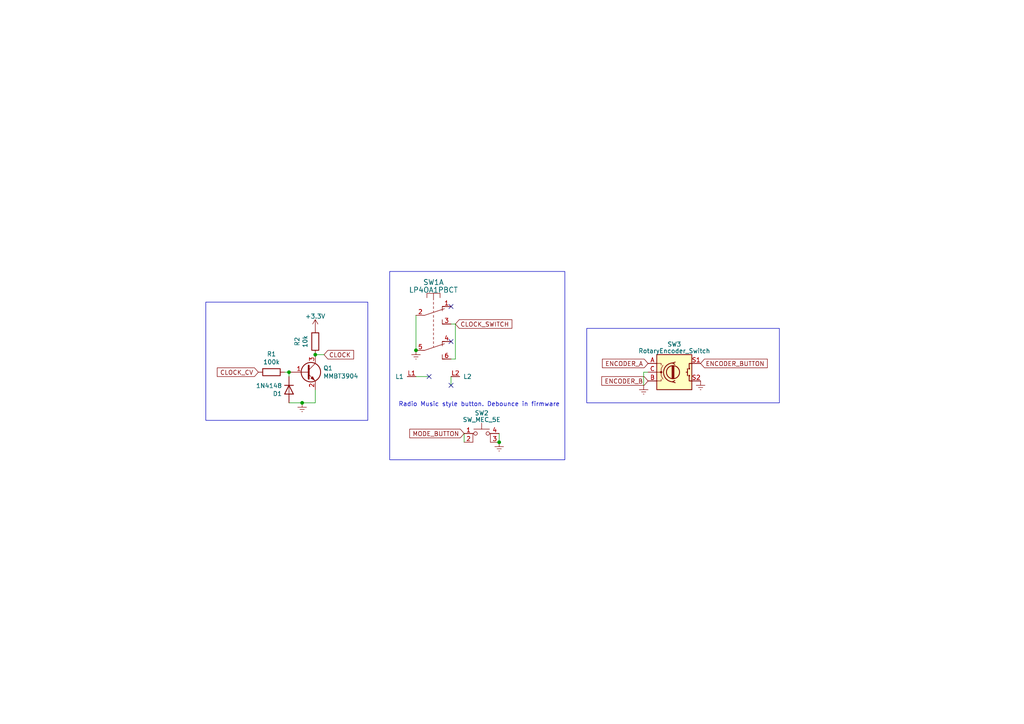
<source format=kicad_sch>
(kicad_sch (version 20230121) (generator eeschema)
  (paper "A4")
  (lib_symbols
    (symbol "+3.3V_1" (power) (pin_names (offset 0))
      (property "Value" "+3.3V_1" (at 0 3.556 0))
      (symbol "+3.3V_1_0_1"
        (polyline (pts (xy -0.762 1.27) (xy 0 2.54)))
        (polyline (pts (xy 0 0) (xy 0 2.54)))
        (polyline (pts (xy 0 2.54) (xy 0.762 1.27)))
      )
      (symbol "+3.3V_1_1_1"
        (pin power_in line (at 0 0 90) (length 0) hide (name "+3.3V") (number "1"))
      )
    )
    (symbol "Device:R" (pin_numbers hide) (pin_names (offset 0))
      (property "Reference" "R" (at 2.032 0 90))
      (property "Value" "R" (at 0 0 90))
      (symbol "R_0_1"
        (rectangle (start -1.016 -2.54) (end 1.016 2.54) (stroke (width 0.254)))
      )
      (symbol "R_1_1"
        (pin passive line (at 0 3.81 270) (length 1.27) (name "~") (number "1"))
        (pin passive line (at 0 -3.81 90) (length 1.27) (name "~") (number "2"))
      )
    )
    (symbol "Device:RotaryEncoder_Switch" (pin_names (offset 0.254) hide)
      (property "Reference" "SW" (at 0 6.604 0))
      (property "Value" "RotaryEncoder_Switch" (at 0 -6.604 0))
      (symbol "RotaryEncoder_Switch_0_1"
        (rectangle (start -5.08 5.08) (end 5.08 -5.08) (stroke (width 0.254)) (fill (type background)))
        (circle (center -3.81 0) (radius 0.254) (fill (type outline)))
        (circle (center -0.381 0) (radius 1.905) (stroke (width 0.254)))
        (arc (start -0.381 2.667) (mid -3.0988 -0.0635) (end -0.381 -2.794) (stroke (width 0.254)))
        (polyline (pts (xy -0.635 -1.778) (xy -0.635 1.778)) (stroke (width 0.254)))
        (polyline (pts (xy -0.381 -1.778) (xy -0.381 1.778)) (stroke (width 0.254)))
        (polyline (pts (xy -0.127 1.778) (xy -0.127 -1.778)) (stroke (width 0.254)))
        (polyline (pts (xy 3.81 0) (xy 3.429 0)) (stroke (width 0.254)))
        (polyline (pts (xy 3.81 1.016) (xy 3.81 -1.016)) (stroke (width 0.254)))
        (polyline (pts (xy -5.08 -2.54) (xy -3.81 -2.54) (xy -3.81 -2.032)))
        (polyline (pts (xy -5.08 2.54) (xy -3.81 2.54) (xy -3.81 2.032)))
        (polyline (pts (xy 0.254 -3.048) (xy -0.508 -2.794) (xy 0.127 -2.413)) (stroke (width 0.254)))
        (polyline (pts (xy 0.254 2.921) (xy -0.508 2.667) (xy 0.127 2.286)) (stroke (width 0.254)))
        (polyline (pts (xy 5.08 -2.54) (xy 4.318 -2.54) (xy 4.318 -1.016)) (stroke (width 0.254)))
        (polyline (pts (xy 5.08 2.54) (xy 4.318 2.54) (xy 4.318 1.016)) (stroke (width 0.254)))
        (polyline (pts (xy -5.08 0) (xy -3.81 0) (xy -3.81 -1.016) (xy -3.302 -2.032)))
        (polyline (pts (xy -4.318 0) (xy -3.81 0) (xy -3.81 1.016) (xy -3.302 2.032)))
        (circle (center 4.318 -1.016) (radius 0.127) (stroke (width 0.254)))
        (circle (center 4.318 1.016) (radius 0.127) (stroke (width 0.254)))
      )
      (symbol "RotaryEncoder_Switch_1_1"
        (pin passive line (at -7.62 2.54 0) (length 2.54) (name "A") (number "A"))
        (pin passive line (at -7.62 -2.54 0) (length 2.54) (name "B") (number "B"))
        (pin passive line (at -7.62 0 0) (length 2.54) (name "C") (number "C"))
        (pin passive line (at 7.62 2.54 180) (length 2.54) (name "S1") (number "S1"))
        (pin passive line (at 7.62 -2.54 180) (length 2.54) (name "S2") (number "S2"))
      )
    )
    (symbol "Diode:1N4148" (pin_numbers hide) (pin_names (offset 1.016) hide)
      (property "Reference" "D" (at 0 2.54 0))
      (property "Value" "1N4148" (at 0 -2.54 0))
      (symbol "1N4148_0_1"
        (polyline (pts (xy -1.27 1.27) (xy -1.27 -1.27)) (stroke (width 0.254)))
        (polyline (pts (xy 1.27 0) (xy -1.27 0)))
        (polyline (pts (xy 1.27 1.27) (xy 1.27 -1.27) (xy -1.27 0) (xy 1.27 1.27)) (stroke (width 0.254)))
      )
      (symbol "1N4148_1_1"
        (pin passive line (at -3.81 0 0) (length 2.54) (name "K") (number "1"))
        (pin passive line (at 3.81 0 180) (length 2.54) (name "A") (number "2"))
      )
    )
    (symbol "Divergent Waves:LP4OA1PBCT" (pin_names (offset 1.016))
      (property "Reference" "SW1" (at 7.62 6.35 0))
      (property "Value" "LP4OA1PBCT" (at -6.35 11.43 0))
      (symbol "LP4OA1PBCT_1_0"
        (polyline (pts (xy -3.175 -6.35) (xy -2.54 -6.35)))
        (polyline (pts (xy -3.175 3.81) (xy -2.54 3.81)))
        (polyline (pts (xy -2.54 -6.35) (xy 3.175 -4.445)))
        (polyline (pts (xy -2.54 3.81) (xy 3.175 5.715)))
        (polyline (pts (xy -1.905 10.16) (xy -1.905 8.89)))
        (polyline (pts (xy 0 -5.461) (xy 0 -5.08)))
        (polyline (pts (xy 0 -4.445) (xy 0 -3.81)))
        (polyline (pts (xy 0 -3.175) (xy 0 -2.54)))
        (polyline (pts (xy 0 -1.905) (xy 0 -1.27)))
        (polyline (pts (xy 0 -0.635) (xy 0 0)))
        (polyline (pts (xy 0 0.635) (xy 0 1.27)))
        (polyline (pts (xy 0 1.905) (xy 0 2.54)))
        (polyline (pts (xy 0 3.175) (xy 0 3.81)))
        (polyline (pts (xy 0 4.699) (xy 0 5.08)))
        (polyline (pts (xy 0 5.715) (xy 0 6.35)))
        (polyline (pts (xy 0 6.985) (xy 0 7.62)))
        (polyline (pts (xy 0 10.16) (xy -1.905 10.16)))
        (polyline (pts (xy 0 10.16) (xy 0 8.255)))
        (polyline (pts (xy 1.905 10.16) (xy 0 10.16)))
        (polyline (pts (xy 1.905 10.16) (xy 1.905 8.89)))
        (polyline (pts (xy 2.54 -8.89) (xy 3.175 -8.89)))
        (polyline (pts (xy 2.54 -7.62) (xy 2.54 -8.89)))
        (polyline (pts (xy 2.54 -3.81) (xy 2.54 -5.08)))
        (polyline (pts (xy 2.54 -3.81) (xy 3.175 -3.81)))
        (polyline (pts (xy 2.54 1.27) (xy 3.175 1.27)))
        (polyline (pts (xy 2.54 2.54) (xy 2.54 1.27)))
        (polyline (pts (xy 2.54 6.35) (xy 2.54 5.08)))
        (polyline (pts (xy 2.54 6.35) (xy 3.175 6.35)))
        (pin passive line (at 5.08 6.35 180) (length 2.54) (name "A1") (number "1"))
        (pin passive line (at -5.08 3.81 0) (length 2.54) (name "A2") (number "2"))
        (pin passive line (at 5.08 1.27 180) (length 2.54) (name "A3") (number "3"))
        (pin passive line (at 5.08 -3.81 180) (length 2.54) (name "B1") (number "4"))
        (pin passive line (at -5.08 -6.35 0) (length 2.54) (name "B2") (number "5"))
        (pin passive line (at 5.08 -8.89 180) (length 2.54) (name "B3") (number "6"))
      )
      (symbol "LP4OA1PBCT_1_1"
        (pin input line (at -5.08 -13.97 180) (length 2.54) (name "L1") (number "L1"))
        (pin output line (at 5.08 -13.97 0) (length 2.54) (name "L2") (number "L2"))
      )
      (symbol "LP4OA1PBCT_2_0"
        (polyline (pts (xy -2.032 1.778) (xy -3.429 0.381)))
        (polyline (pts (xy -1.905 0.635) (xy -3.302 -0.762)))
        (polyline (pts (xy 0 0) (xy -1.27 0)))
        (polyline (pts (xy 0 0) (xy -1.27 2.54)))
        (polyline (pts (xy 0 2.54) (xy -1.27 2.54)))
        (polyline (pts (xy 0 2.54) (xy 0 0)))
        (polyline (pts (xy 1.27 0) (xy 0 0)))
        (polyline (pts (xy 1.27 2.54) (xy 0 0)))
        (polyline (pts (xy 1.27 2.54) (xy 0 2.54)))
        (polyline (pts (xy -3.429 0.381) (xy -3.048 1.27) (xy -2.54 0.762)) (fill (type outline)))
        (polyline (pts (xy -3.302 -0.762) (xy -2.921 0.127) (xy -2.413 -0.381)) (fill (type outline)))
        (pin passive line (at 0 5.08 270) (length 2.54) (name "L1") (number "L1"))
        (pin passive line (at 0 -2.54 90) (length 2.54) (name "L2") (number "L2"))
      )
    )
    (symbol "Switch:SW_MEC_5E" (pin_names (offset 1.016) hide)
      (property "Reference" "SW" (at 0.635 5.715 0))
      (property "Value" "SW_MEC_5E" (at 0 -3.175 0))
      (symbol "SW_MEC_5E_0_1"
        (circle (center -1.778 2.54) (radius 0.508))
        (polyline (pts (xy -2.286 3.81) (xy 2.286 3.81)))
        (polyline (pts (xy 0 3.81) (xy 0 5.588)))
        (polyline (pts (xy -2.54 0) (xy -2.54 2.54) (xy -2.286 2.54)))
        (polyline (pts (xy 2.54 0) (xy 2.54 2.54) (xy 2.286 2.54)))
        (circle (center 1.778 2.54) (radius 0.508))
        (pin passive line (at -5.08 2.54 0) (length 2.54) (name "1") (number "1"))
        (pin passive line (at -5.08 0 0) (length 2.54) (name "2") (number "2"))
        (pin passive line (at 5.08 0 180) (length 2.54) (name "K") (number "3"))
        (pin passive line (at 5.08 2.54 180) (length 2.54) (name "A") (number "4"))
      )
    )
    (symbol "Transistor_BJT:MMBT3904" (pin_names (offset 0) hide)
      (property "Reference" "Q" (at 5.08 1.905 0))
      (property "Value" "MMBT3904" (at 5.08 0 0))
      (symbol "MMBT3904_0_1"
        (polyline (pts (xy 0.635 0.635) (xy 2.54 2.54)))
        (polyline (pts (xy 0.635 -0.635) (xy 2.54 -2.54) (xy 2.54 -2.54)))
        (polyline (pts (xy 0.635 1.905) (xy 0.635 -1.905) (xy 0.635 -1.905)) (stroke (width 0.508)))
        (polyline (pts (xy 1.27 -1.778) (xy 1.778 -1.27) (xy 2.286 -2.286) (xy 1.27 -1.778) (xy 1.27 -1.778)) (fill (type outline)))
        (circle (center 1.27 0) (radius 2.8194) (stroke (width 0.254)))
      )
      (symbol "MMBT3904_1_1"
        (pin input line (at -5.08 0 0) (length 5.715) (name "B") (number "1"))
        (pin passive line (at 2.54 -5.08 90) (length 2.54) (name "E") (number "2"))
        (pin passive line (at 2.54 5.08 270) (length 2.54) (name "C") (number "3"))
      )
    )
    (symbol "power:Earth" (power) (pin_names (offset 0))
      (symbol "Earth_0_1"
        (polyline (pts (xy -0.635 -1.905) (xy 0.635 -1.905)))
        (polyline (pts (xy -0.127 -2.54) (xy 0.127 -2.54)))
        (polyline (pts (xy 0 -1.27) (xy 0 0)))
        (polyline (pts (xy 1.27 -1.27) (xy -1.27 -1.27)))
      )
      (symbol "Earth_1_1"
        (pin power_in line (at 0 0 270) (length 0) hide (name "Earth") (number "1"))
      )
    )
  )
  (junction (at 91.44 102.87))
  (junction (at 87.63 116.84))
  (junction (at 120.65 101.6))
  (junction (at 83.82 107.95))
  (junction (at 144.78 128.27))
  (no_connect (at 130.81 111.76))
  (no_connect (at 130.81 88.9))
  (no_connect (at 130.81 99.06))
  (no_connect (at 124.46 109.22))
  (wire (pts (xy 130.81 93.98) (xy 132.08 93.98)))
  (wire (pts (xy 186.69 107.95) (xy 187.96 107.95)))
  (wire (pts (xy 134.62 125.73) (xy 134.62 128.27)))
  (wire (pts (xy 91.44 113.03) (xy 91.44 116.84)))
  (wire (pts (xy 83.82 107.95) (xy 83.82 109.22)))
  (wire (pts (xy 82.55 107.95) (xy 83.82 107.95)))
  (wire (pts (xy 93.98 102.87) (xy 91.44 102.87)))
  (wire (pts (xy 132.08 93.98) (xy 132.08 104.14)))
  (wire (pts (xy 144.78 125.73) (xy 144.78 128.27)))
  (wire (pts (xy 120.65 91.44) (xy 120.65 101.6)))
  (wire (pts (xy 186.69 111.76) (xy 186.69 107.95)))
  (wire (pts (xy 83.82 116.84) (xy 87.63 116.84)))
  (wire (pts (xy 132.08 104.14) (xy 130.81 104.14)))
  (wire (pts (xy 120.65 109.22) (xy 124.46 109.22)))
  (wire (pts (xy 87.63 116.84) (xy 91.44 116.84)))
  (wire (pts (xy 130.81 109.22) (xy 130.81 111.76)))
  (rectangle (start 113.03 78.74) (end 163.83 133.35))
  (rectangle (start 170.18 95.25) (end 226.06 116.84))
  (rectangle (start 59.69 87.63) (end 106.68 121.92))
  (text "Radio Music style button. Debounce in firmware" (at 115.57 118.11 0) (effects (font (size 1.27 1.27)) (justify left bottom)))
  (global_label "ENCODER_BUTTON" (shape input) (at 203.2 105.41 0) (property "Intersheetrefs" "${INTERSHEET_REFS}" (effects hide)))
  (global_label "MODE_BUTTON" (shape input) (at 134.62 125.73 180) (property "Intersheetrefs" "${INTERSHEET_REFS}" (effects hide)))
  (global_label "CLOCK_CV" (shape input) (at 74.93 107.95 180) (property "Intersheetrefs" "${INTERSHEET_REFS}" (effects hide)))
  (global_label "ENCODER_A" (shape input) (at 187.96 105.41 180) (property "Intersheetrefs" "${INTERSHEET_REFS}" (effects hide)))
  (global_label "ENCODER_B" (shape input) (at 187.96 110.49 180) (property "Intersheetrefs" "${INTERSHEET_REFS}" (effects hide)))
  (global_label "CLOCK_SWITCH" (shape input) (at 132.08 93.98 0) (property "Intersheetrefs" "${INTERSHEET_REFS}" (effects hide)))
  (global_label "CLOCK" (shape input) (at 93.98 102.87 0) (property "Intersheetrefs" "${INTERSHEET_REFS}" (effects hide)))
  (symbol (lib_id "Device:R") (at 78.74 107.95 270) (unit 1)
    (property "Reference" "R1" (at 78.74 102.6922 90))
    (property "Value" "100k" (at 78.74 105.0036 90))
    (property "Footprint" "Resistor_SMD:R_0603_1608Metric" (effects hide))
  )
  (symbol (lib_id "Divergent Waves:LP4OA1PBCT") (at 125.73 95.25 0) (unit 1)
    (property "Reference" "SW1" (at 125.73 81.8712 0) (effects (font (size 1.4986 1.4986))))
    (property "Value" "LP4OA1PBCT" (at 125.73 84.092 0) (effects (font (size 1.4986 1.4986))))
    (property "Footprint" "Divergent:LP4OA1PBCT" (effects hide))
  )
  (symbol (lib_id "Switch:SW_MEC_5E") (at 139.7 128.27 0) (unit 1)
    (property "Reference" "SW2" (at 139.7 119.7991 0))
    (property "Value" "SW_MEC_5E" (at 139.7 121.7201 0))
    (property "Footprint" "Divergent:SW_D6R90_F1_LFS" (effects hide))
    (property "Datasheet" "http://www.apem.com/int/index.php?controller=attachment&id_attachment=1371" (effects hide))
  )
  (symbol (lib_id "power:Earth") (at 144.78 128.27 0) (unit 1)
    (property "Reference" "#PWR04" (effects hide))
    (property "Value" "Earth" (effects hide))
  )
  (symbol (lib_id "Device:R") (at 91.44 99.06 0) (unit 1)
    (property "Reference" "R2" (at 86.1822 99.06 90))
    (property "Value" "10k" (at 88.4936 99.06 90))
    (property "Footprint" "Resistor_SMD:R_0603_1608Metric" (effects hide))
  )
  (symbol (lib_id "power:Earth") (at 203.2 110.49 0) (unit 1)
    (property "Reference" "#PWR06" (effects hide))
    (property "Value" "Earth" (effects hide))
  )
  (symbol (lib_id "power:Earth") (at 186.69 111.76 0) (unit 1)
    (property "Reference" "#PWR05" (effects hide))
    (property "Value" "Earth" (effects hide))
  )
  (symbol (lib_id "Device:RotaryEncoder_Switch") (at 195.58 107.95 0) (unit 1)
    (property "Reference" "SW3" (at 195.58 99.8601 0))
    (property "Value" "RotaryEncoder_Switch" (at 195.58 101.7811 0))
    (property "Footprint" "Rotary_Encoder:RotaryEncoder_Alps_EC12E-Switch_Vertical_H20mm" (effects hide))
  )
  (symbol (lib_name "+3.3V_1") (lib_id "power:+3.3V") (at 91.44 95.25 0) (unit 1)
    (property "Reference" "#PWR02" (effects hide))
    (property "Value" "+3.3V" (at 91.44 91.7481 0))
  )
  (symbol (lib_id "Diode:1N4148") (at 83.82 113.03 270) (unit 1)
    (property "Reference" "D1" (at 81.8134 114.1984 90) (effects (justify right)))
    (property "Value" "1N4148" (at 81.8134 111.887 90) (effects (justify right)))
    (property "Footprint" "Diode_SMD:D_SOD-323" (effects hide))
    (property "Datasheet" "https://assets.nexperia.com/documents/data-sheet/1N4148_1N4448.pdf" (effects hide))
  )
  (symbol (lib_id "power:Earth") (at 87.63 116.84 0) (unit 1)
    (property "Reference" "#PWR01" (effects hide))
    (property "Value" "Earth" (effects hide))
  )
  (symbol (lib_id "Transistor_BJT:MMBT3904") (at 88.9 107.95 0) (unit 1)
    (property "Reference" "Q1" (at 93.7514 106.7816 0) (effects (justify left)))
    (property "Value" "MMBT3904" (at 93.7514 109.093 0) (effects (justify left)))
    (property "Footprint" "Package_TO_SOT_SMD:SOT-23" (effects hide))
    (property "Datasheet" "https://www.fairchildsemi.com/datasheets/2N/2N3904.pdf" (effects hide))
  )
  (symbol (lib_id "power:Earth") (at 120.65 101.6 0) (unit 1)
    (property "Reference" "#PWR03" (effects hide))
    (property "Value" "Earth" (effects hide))
  )
)
</source>
